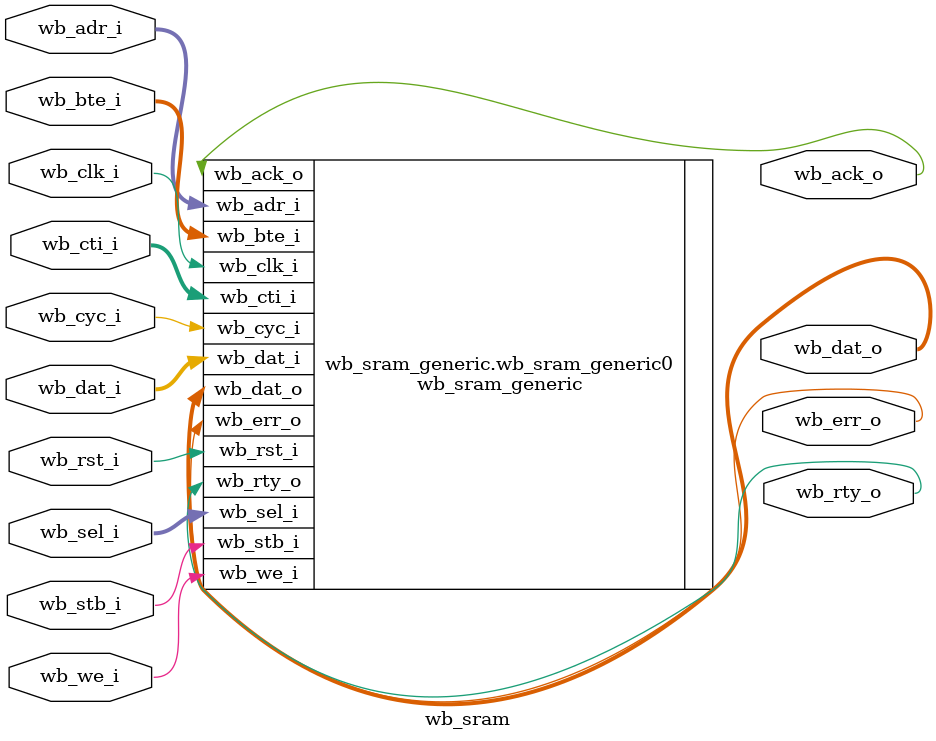
<source format=v>

module wb_sram #(
   parameter TECHNOLOGY = "GENERIC",
   parameter AW = 10,
   parameter DW = 32,
   parameter WB_B3 = 0,
   parameter INIT_MEM_FILE = "")
(
   input              wb_clk_i,
   input              wb_rst_i,

   input [AW-1:0]     wb_adr_i,
   input [DW-1:0]     wb_dat_i,
   input [(DW/8)-1:0] wb_sel_i,
   input              wb_we_i,
   input [1:0]        wb_bte_i,
   input [2:0]        wb_cti_i,
   input              wb_cyc_i,
   input              wb_stb_i,

   output [DW-1:0]    wb_dat_o,
   output             wb_ack_o,
   output             wb_rty_o,
   output             wb_err_o
);

generate
if (TECHNOLOGY == "GENERIC") begin : wb_sram_generic
wb_sram_generic #(
   .AW            (AW),
   .DW            (DW),
   .WB_B3         (WB_B3),
   .INIT_MEM_FILE (INIT_MEM_FILE)
) wb_sram_generic0 (
   .wb_clk_i (wb_clk_i),
   .wb_rst_i (wb_rst_i),

   .wb_adr_i (wb_adr_i),
   .wb_dat_i (wb_dat_i),
   .wb_sel_i (wb_sel_i),
   .wb_we_i  (wb_we_i),
   .wb_bte_i (wb_bte_i),
   .wb_cti_i (wb_cti_i),
   .wb_cyc_i (wb_cyc_i),
   .wb_stb_i (wb_stb_i),

   .wb_dat_o (wb_dat_o),
   .wb_ack_o (wb_ack_o),
   .wb_rty_o (wb_rty_o),
   .wb_err_o (wb_err_o)
);
end else if (TECHNOLOGY == "ALTERA") begin : wb_sram_altera
wb_sram_altera #(
   .AW            (AW),
   .DW            (DW),
   .WB_B3         (WB_B3),
   .INIT_MEM_FILE (INIT_MEM_FILE)
) wb_sram_altera0 (
   .wb_clk_i (wb_clk_i),
   .wb_rst_i (wb_rst_i),

   .wb_adr_i (wb_adr_i),
   .wb_dat_i (wb_dat_i),
   .wb_sel_i (wb_sel_i),
   .wb_we_i  (wb_we_i),
   .wb_bte_i (wb_bte_i),
   .wb_cti_i (wb_cti_i),
   .wb_cyc_i (wb_cyc_i),
   .wb_stb_i (wb_stb_i),

   .wb_dat_o (wb_dat_o),
   .wb_ack_o (wb_ack_o),
   .wb_rty_o (wb_rty_o),
   .wb_err_o (wb_err_o)
);
end
endgenerate

endmodule

</source>
